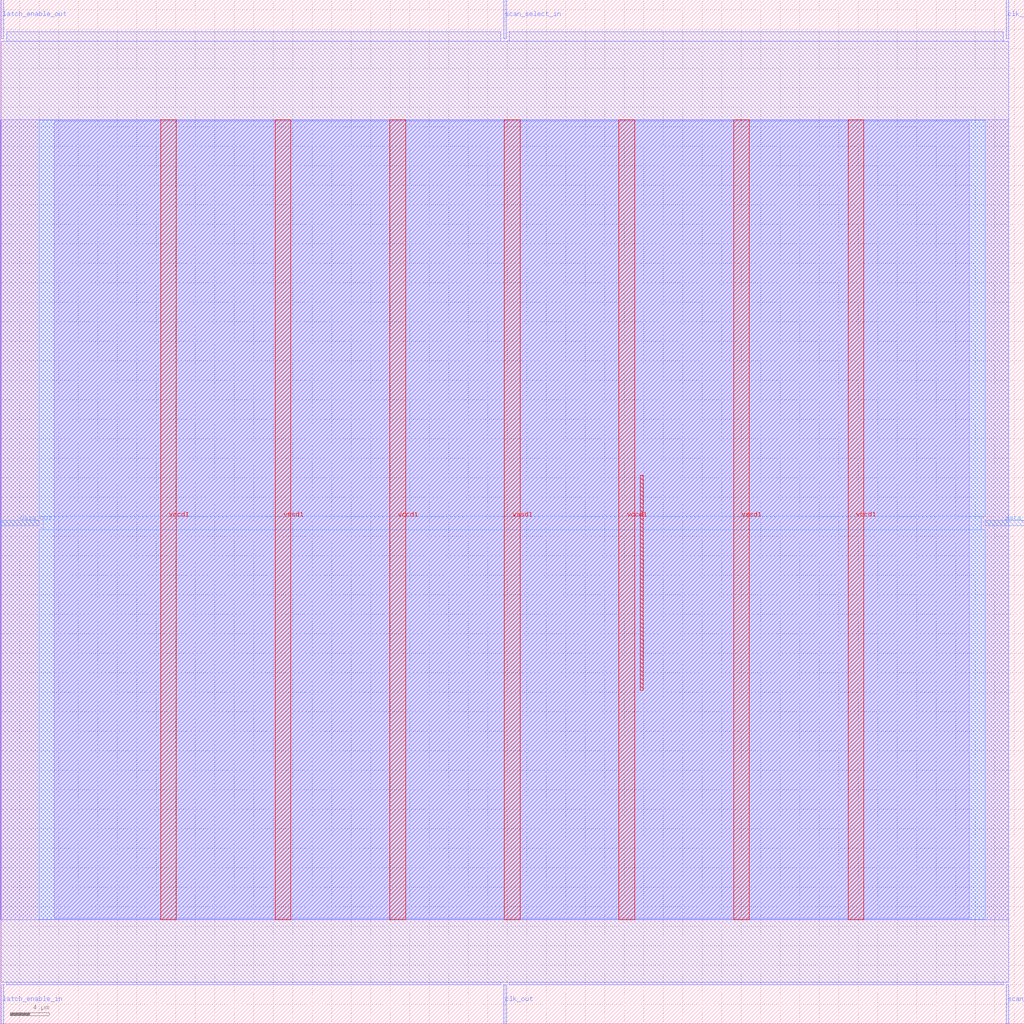
<source format=lef>
VERSION 5.7 ;
  NOWIREEXTENSIONATPIN ON ;
  DIVIDERCHAR "/" ;
  BUSBITCHARS "[]" ;
MACRO scan_wrapper_341339883600609876
  CLASS BLOCK ;
  FOREIGN scan_wrapper_341339883600609876 ;
  ORIGIN 0.000 0.000 ;
  SIZE 105.000 BY 105.000 ;
  PIN clk_in
    DIRECTION INPUT ;
    USE SIGNAL ;
    PORT
      LAYER met2 ;
        RECT 103.130 101.000 103.410 105.000 ;
    END
  END clk_in
  PIN clk_out
    DIRECTION OUTPUT TRISTATE ;
    USE SIGNAL ;
    PORT
      LAYER met2 ;
        RECT 51.610 0.000 51.890 4.000 ;
    END
  END clk_out
  PIN data_in
    DIRECTION INPUT ;
    USE SIGNAL ;
    PORT
      LAYER met3 ;
        RECT 101.000 51.040 105.000 51.640 ;
    END
  END data_in
  PIN data_out
    DIRECTION OUTPUT TRISTATE ;
    USE SIGNAL ;
    PORT
      LAYER met3 ;
        RECT 0.000 51.040 4.000 51.640 ;
    END
  END data_out
  PIN latch_enable_in
    DIRECTION INPUT ;
    USE SIGNAL ;
    PORT
      LAYER met2 ;
        RECT 0.090 0.000 0.370 4.000 ;
    END
  END latch_enable_in
  PIN latch_enable_out
    DIRECTION OUTPUT TRISTATE ;
    USE SIGNAL ;
    PORT
      LAYER met2 ;
        RECT 0.090 101.000 0.370 105.000 ;
    END
  END latch_enable_out
  PIN scan_select_in
    DIRECTION INPUT ;
    USE SIGNAL ;
    PORT
      LAYER met2 ;
        RECT 51.610 101.000 51.890 105.000 ;
    END
  END scan_select_in
  PIN scan_select_out
    DIRECTION OUTPUT TRISTATE ;
    USE SIGNAL ;
    PORT
      LAYER met2 ;
        RECT 103.130 0.000 103.410 4.000 ;
    END
  END scan_select_out
  PIN vccd1
    DIRECTION INOUT ;
    USE POWER ;
    PORT
      LAYER met4 ;
        RECT 16.465 10.640 18.065 92.720 ;
    END
    PORT
      LAYER met4 ;
        RECT 39.955 10.640 41.555 92.720 ;
    END
    PORT
      LAYER met4 ;
        RECT 63.445 10.640 65.045 92.720 ;
    END
    PORT
      LAYER met4 ;
        RECT 86.935 10.640 88.535 92.720 ;
    END
  END vccd1
  PIN vssd1
    DIRECTION INOUT ;
    USE GROUND ;
    PORT
      LAYER met4 ;
        RECT 28.210 10.640 29.810 92.720 ;
    END
    PORT
      LAYER met4 ;
        RECT 51.700 10.640 53.300 92.720 ;
    END
    PORT
      LAYER met4 ;
        RECT 75.190 10.640 76.790 92.720 ;
    END
  END vssd1
  OBS
      LAYER li1 ;
        RECT 5.520 10.795 99.360 92.565 ;
      LAYER met1 ;
        RECT 0.070 10.640 103.430 92.720 ;
      LAYER met2 ;
        RECT 0.650 100.720 51.330 101.730 ;
        RECT 52.170 100.720 102.850 101.730 ;
        RECT 0.100 4.280 103.400 100.720 ;
        RECT 0.650 4.000 51.330 4.280 ;
        RECT 52.170 4.000 102.850 4.280 ;
      LAYER met3 ;
        RECT 4.000 52.040 101.000 92.645 ;
        RECT 4.400 50.640 100.600 52.040 ;
        RECT 4.000 10.715 101.000 50.640 ;
      LAYER met4 ;
        RECT 65.615 34.175 65.945 56.265 ;
  END
END scan_wrapper_341339883600609876
END LIBRARY


</source>
